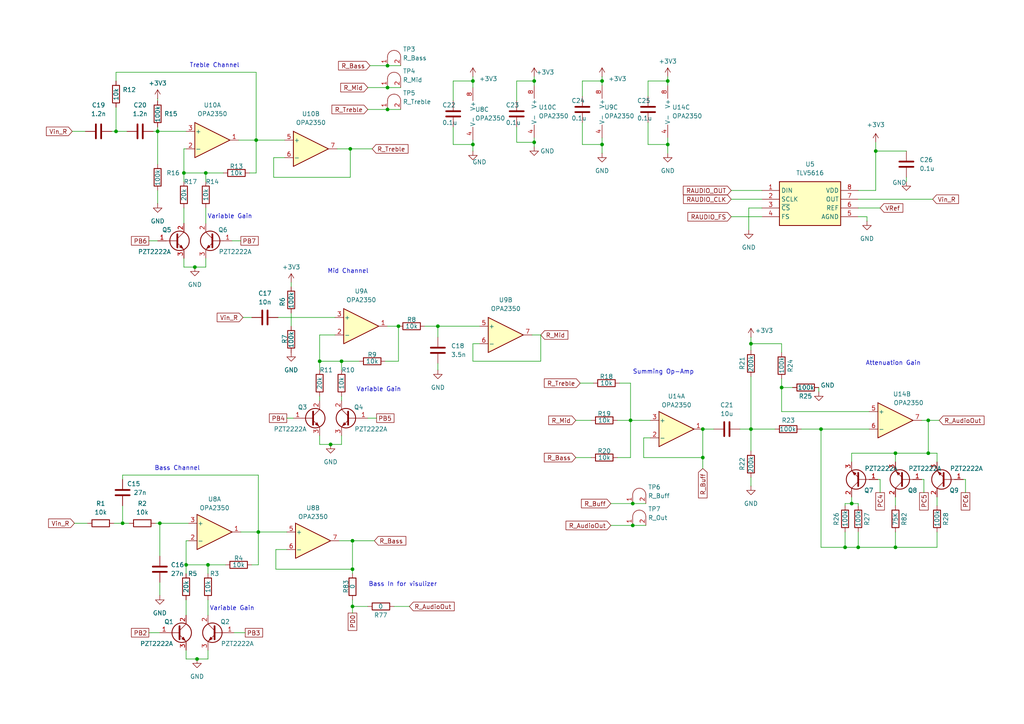
<source format=kicad_sch>
(kicad_sch (version 20250114) (generator "eeschema") (generator_version "9.0")
  (paper "A4")
  (lib_symbols
    (symbol "Device:R" (pin_numbers (hide yes)) (pin_names (offset 0))
      (property "Reference" "R" (at 2.032 0 90))
      (property "Value" "R" (at 0 0 90))
      (symbol "R_0_1"
        (rectangle (start -1.016 -2.54) (end 1.016 2.54) (stroke (width 0.254)))
      )
      (symbol "R_1_1"
        (pin passive line (at 0 3.81 270) (length 1.27) (name "~") (number "1"))
        (pin passive line (at 0 -3.81 90) (length 1.27) (name "~") (number "2"))
      )
    )
    (symbol "ECE445L:C" (pin_numbers (hide yes)) (pin_names (offset 0.254))
      (property "Reference" "C" (at 0.635 2.54 0))
      (property "Value" "C" (at 0.635 -2.54 0))
      (symbol "C_0_1"
        (polyline (pts (xy -2.032 0.762) (xy 2.032 0.762)) (stroke (width 0.508)))
        (polyline (pts (xy -2.032 -0.762) (xy 2.032 -0.762)) (stroke (width 0.508)))
      )
      (symbol "C_1_1"
        (pin passive line (at 0 3.81 270) (length 2.794) (name "~") (number "1"))
        (pin passive line (at 0 -3.81 90) (length 2.794) (name "~") (number "2"))
      )
    )
    (symbol "ECE445L:OPA2350" (pin_names (offset 0.127))
      (property "Reference" "U" (at 0 5.08 0))
      (property "Value" "OPA2350" (at -1.27 -5.08 0))
      (symbol "OPA2350_1_1"
        (polyline (pts (xy -5.08 5.08) (xy 5.08 0) (xy -5.08 -5.08) (xy -5.08 5.08)) (stroke (width 0.254)) (fill (type background)))
        (pin input line (at -7.62 2.54 0) (length 2.54) (name "+") (number "3"))
        (pin input line (at -7.62 -2.54 0) (length 2.54) (name "-") (number "2"))
        (pin output line (at 7.62 0 180) (length 2.54) (name "~") (number "1"))
      )
      (symbol "OPA2350_2_1"
        (polyline (pts (xy -5.08 5.08) (xy 5.08 0) (xy -5.08 -5.08) (xy -5.08 5.08)) (stroke (width 0.254)) (fill (type background)))
        (pin input line (at -7.62 2.54 0) (length 2.54) (name "+") (number "5"))
        (pin input line (at -7.62 -2.54 0) (length 2.54) (name "-") (number "6"))
        (pin output line (at 7.62 0 180) (length 2.54) (name "~") (number "7"))
      )
      (symbol "OPA2350_3_1"
        (pin power_in line (at -2.54 7.62 270) (length 3.81) (name "V+") (number "8"))
        (pin power_in line (at -2.54 -7.62 90) (length 3.81) (name "V-") (number "4"))
      )
    )
    (symbol "ECE445L:TLV5616"
      (property "Reference" "IC" (at -8.89 11.43 0))
      (property "Value" "TLV5616" (at -8.89 8.89 0))
      (symbol "TLV5616_1_1"
        (rectangle (start -8.89 6.35) (end 8.89 -6.35) (stroke (width 0.254)) (fill (type background)))
        (pin input line (at -13.97 3.81 0) (length 5.08) (name "DIN") (number "1"))
        (pin input line (at -13.97 1.27 0) (length 5.08) (name "SCLK") (number "2"))
        (pin input line (at -13.97 -1.27 0) (length 5.08) (name "~{CS}") (number "3"))
        (pin input line (at -13.97 -3.81 0) (length 5.08) (name "FS") (number "4"))
        (pin power_in line (at 13.97 3.81 180) (length 5.08) (name "VDD") (number "8"))
        (pin output line (at 13.97 1.27 180) (length 5.08) (name "OUT") (number "7"))
        (pin input line (at 13.97 -1.27 180) (length 5.08) (name "REF") (number "6"))
        (pin power_in line (at 13.97 -3.81 180) (length 5.08) (name "AGND") (number "5"))
      )
    )
    (symbol "ECE445L:Testpoint" (pin_names (offset 0) (hide yes))
      (property "Reference" "TP" (at 0 2.794 0))
      (property "Value" "TP" (at 0 -2.286 0))
      (symbol "Testpoint_0_1"
        (arc (start 0.0001 4.4451) (mid 1.3471 3.8871) (end 1.9051 2.5401))
        (arc (start -1.905 2.54) (mid -1.347 3.887) (end 0 4.445))
      )
      (symbol "Testpoint_1_1"
        (pin passive line (at -1.905 0 90) (length 2.54) (name "A") (number "1"))
        (pin passive line (at 1.905 0 90) (length 2.54) (name "B") (number "2"))
      )
    )
    (symbol "Transistor_BJT:PZT2222A" (pin_names (offset 0) (hide yes))
      (property "Reference" "Q" (at 5.08 1.905 0))
      (property "Value" "PZT2222A" (at 5.08 0 0))
      (symbol "PZT2222A_0_1"
        (polyline (pts (xy -2.54 0) (xy 0.635 0)))
        (polyline (pts (xy 0.635 1.905) (xy 0.635 -1.905)) (stroke (width 0.508)))
        (circle (center 1.27 0) (radius 2.8194) (stroke (width 0.254)))
      )
      (symbol "PZT2222A_1_1"
        (polyline (pts (xy 0.635 0.635) (xy 2.54 2.54)))
        (polyline (pts (xy 0.635 -0.635) (xy 2.54 -2.54)))
        (polyline (pts (xy 1.27 -1.778) (xy 1.778 -1.27) (xy 2.286 -2.286) (xy 1.27 -1.778)) (fill (type outline)))
        (pin input line (at -5.08 0 0) (length 2.54) (name "B") (number "1"))
        (pin passive line (at 2.54 5.08 270) (length 2.54) (name "C") (number "2"))
        (pin passive line (at 2.54 -5.08 90) (length 2.54) (name "E") (number "3"))
      )
    )
    (symbol "power:+3V3" (power) (pin_numbers (hide yes)) (pin_names (offset 0) (hide yes))
      (property "Value" "+3V3" (at 0 3.556 0))
      (symbol "+3V3_0_1"
        (polyline (pts (xy -0.762 1.27) (xy 0 2.54)))
        (polyline (pts (xy 0 2.54) (xy 0.762 1.27)))
        (polyline (pts (xy 0 0) (xy 0 2.54)))
      )
      (symbol "+3V3_1_1"
        (pin power_in line (at 0 0 90) (length 0) (name "~") (number "1"))
      )
    )
    (symbol "power:GND" (power) (pin_numbers (hide yes)) (pin_names (offset 0) (hide yes))
      (property "Value" "GND" (at 0 -3.81 0))
      (symbol "GND_0_1"
        (polyline (pts (xy 0 0) (xy 0 -1.27) (xy 1.27 -1.27) (xy 0 -2.54) (xy -1.27 -1.27) (xy 0 -1.27)))
      )
      (symbol "GND_1_1"
        (pin power_in line (at 0 0 270) (length 0) (name "~") (number "1"))
      )
    )
  )
  (text "Variable Gain" (at 66.675 62.865 0) (effects (font (size 1.27 1.27))))
  (text "Mid Channel" (at 100.965 78.74 0) (effects (font (size 1.27 1.27))))
  (text "Treble Channel" (at 62.23 19.05 0) (effects (font (size 1.27 1.27))))
  (text "Summing Op-Amp" (at 192.405 107.95 0) (effects (font (size 1.27 1.27))))
  (text "Bass Channel" (at 51.435 135.89 0) (effects (font (size 1.27 1.27))))
  (text "Variable Gain" (at 67.31 176.53 0) (effects (font (size 1.27 1.27))))
  (text "Variable Gain" (at 109.855 113.03 0) (effects (font (size 1.27 1.27))))
  (text "Attenuation Gain" (at 259.08 105.41 0) (effects (font (size 1.27 1.27))))
  (text "Bass In for visulizer" (at 116.84 169.545 0) (effects (font (size 1.27 1.27))))
  (junction (at 74.295 40.64))
  (junction (at 53.975 163.83))
  (junction (at 99.06 104.775))
  (junction (at 137.16 41.91))
  (junction (at 259.715 131.445))
  (junction (at 56.515 77.47))
  (junction (at 45.72 38.1))
  (junction (at 217.805 124.46))
  (junction (at 245.11 158.75))
  (junction (at 203.835 124.46))
  (junction (at 115.57 94.615))
  (junction (at 74.93 154.305))
  (junction (at 57.15 191.135))
  (junction (at 102.235 175.895))
  (junction (at 127 94.615))
  (junction (at 59.69 50.165))
  (junction (at 112.395 31.75))
  (junction (at 183.515 152.4))
  (junction (at 92.71 104.775))
  (junction (at 203.835 132.715))
  (junction (at 154.94 23.495))
  (junction (at 238.125 124.46))
  (junction (at 174.625 41.91))
  (junction (at 46.355 151.765))
  (junction (at 254 43.815))
  (junction (at 269.24 131.445))
  (junction (at 183.515 146.05))
  (junction (at 193.675 41.91))
  (junction (at 259.715 158.75))
  (junction (at 154.94 41.275))
  (junction (at 269.24 121.92))
  (junction (at 112.395 25.4))
  (junction (at 101.6 43.18))
  (junction (at 248.92 158.75))
  (junction (at 226.695 112.395))
  (junction (at 60.325 163.83))
  (junction (at 102.235 165.1))
  (junction (at 174.625 23.495))
  (junction (at 112.395 19.05))
  (junction (at 33.655 38.1))
  (junction (at 102.235 156.845))
  (junction (at 35.56 151.765))
  (junction (at 95.885 128.905))
  (junction (at 193.675 23.495))
  (junction (at 217.805 99.695))
  (junction (at 53.34 50.165))
  (junction (at 182.88 121.92))
  (junction (at 247.015 146.05))
  (junction (at 137.16 23.495))
  (wire (pts (xy 154.94 23.495) (xy 154.94 24.765)))
  (wire (pts (xy 74.295 20.955) (xy 74.295 40.64)))
  (wire (pts (xy 53.975 163.83) (xy 53.975 166.37)))
  (wire (pts (xy 271.78 144.145) (xy 271.78 146.685)))
  (wire (pts (xy 123.19 94.615) (xy 127 94.615)))
  (wire (pts (xy 101.6 43.18) (xy 101.6 51.435)))
  (wire (pts (xy 102.235 175.895) (xy 106.68 175.895)))
  (wire (pts (xy 57.15 191.135) (xy 53.975 191.135)))
  (wire (pts (xy 280.035 142.875) (xy 280.035 139.065)))
  (wire (pts (xy 262.89 51.435) (xy 262.89 52.705)))
  (wire (pts (xy 154.94 41.275) (xy 149.86 41.275)))
  (wire (pts (xy 53.975 156.845) (xy 53.975 163.83)))
  (wire (pts (xy 95.885 128.905) (xy 92.71 128.905)))
  (wire (pts (xy 43.18 183.515) (xy 46.355 183.515)))
  (wire (pts (xy 53.34 50.165) (xy 59.69 50.165)))
  (wire (pts (xy 45.72 55.245) (xy 45.72 59.055)))
  (wire (pts (xy 247.015 146.05) (xy 248.92 146.05)))
  (wire (pts (xy 33.655 38.1) (xy 36.83 38.1)))
  (wire (pts (xy 254 43.815) (xy 262.89 43.815)))
  (wire (pts (xy 245.11 146.05) (xy 245.11 146.685)))
  (wire (pts (xy 53.34 74.93) (xy 53.34 77.47)))
  (wire (pts (xy 174.625 22.225) (xy 174.625 23.495)))
  (wire (pts (xy 237.49 112.395) (xy 237.49 113.665)))
  (wire (pts (xy 131.445 23.495) (xy 131.445 29.21)))
  (wire (pts (xy 247.015 133.985) (xy 247.015 131.445)))
  (wire (pts (xy 182.88 132.715) (xy 182.88 121.92)))
  (wire (pts (xy 254 55.245) (xy 248.92 55.245)))
  (wire (pts (xy 35.56 151.765) (xy 37.465 151.765)))
  (wire (pts (xy 137.16 22.225) (xy 137.16 23.495)))
  (wire (pts (xy 182.88 121.92) (xy 188.595 121.92)))
  (wire (pts (xy 56.515 77.47) (xy 53.34 77.47)))
  (wire (pts (xy 74.93 163.83) (xy 74.93 154.305)))
  (wire (pts (xy 44.45 38.1) (xy 45.72 38.1)))
  (wire (pts (xy 154.94 22.225) (xy 154.94 23.495)))
  (wire (pts (xy 168.91 41.91) (xy 174.625 41.91)))
  (wire (pts (xy 212.09 55.245) (xy 220.98 55.245)))
  (wire (pts (xy 177.165 146.05) (xy 183.515 146.05)))
  (wire (pts (xy 45.72 29.21) (xy 45.72 28.575)))
  (wire (pts (xy 35.56 139.065) (xy 35.56 137.795)))
  (wire (pts (xy 187.96 23.495) (xy 187.96 27.94)))
  (wire (pts (xy 254 41.275) (xy 254 43.815)))
  (wire (pts (xy 45.085 151.765) (xy 46.355 151.765)))
  (wire (pts (xy 193.675 23.495) (xy 187.96 23.495)))
  (wire (pts (xy 259.715 144.145) (xy 259.715 146.685)))
  (wire (pts (xy 186.69 127) (xy 186.69 132.715)))
  (wire (pts (xy 179.07 121.92) (xy 182.88 121.92)))
  (wire (pts (xy 280.035 139.065) (xy 279.4 139.065)))
  (wire (pts (xy 53.975 173.99) (xy 53.975 178.435)))
  (wire (pts (xy 99.06 128.905) (xy 95.885 128.905)))
  (wire (pts (xy 92.71 104.775) (xy 92.71 107.315)))
  (wire (pts (xy 84.455 90.805) (xy 84.455 94.615)))
  (wire (pts (xy 115.57 94.615) (xy 112.395 94.615)))
  (wire (pts (xy 149.86 36.83) (xy 149.86 41.275)))
  (wire (pts (xy 80.01 165.1) (xy 80.01 159.385)))
  (wire (pts (xy 67.31 69.85) (xy 69.85 69.85)))
  (wire (pts (xy 269.24 121.92) (xy 272.415 121.92)))
  (wire (pts (xy 92.71 104.775) (xy 99.06 104.775)))
  (wire (pts (xy 217.805 124.46) (xy 217.805 130.81)))
  (wire (pts (xy 217.17 60.325) (xy 217.17 66.675)))
  (wire (pts (xy 92.71 114.935) (xy 92.71 116.205)))
  (wire (pts (xy 226.695 112.395) (xy 229.87 112.395)))
  (wire (pts (xy 92.71 97.155) (xy 97.155 97.155)))
  (wire (pts (xy 53.34 43.18) (xy 53.975 43.18)))
  (wire (pts (xy 217.805 99.695) (xy 217.805 101.6)))
  (wire (pts (xy 193.675 22.225) (xy 193.675 23.495)))
  (wire (pts (xy 267.335 121.92) (xy 269.24 121.92)))
  (wire (pts (xy 174.625 23.495) (xy 174.625 24.765)))
  (wire (pts (xy 154.94 41.275) (xy 154.94 42.545)))
  (wire (pts (xy 107.315 19.05) (xy 112.395 19.05)))
  (wire (pts (xy 251.46 62.865) (xy 251.46 64.135)))
  (wire (pts (xy 271.78 131.445) (xy 271.78 133.985)))
  (wire (pts (xy 97.79 43.18) (xy 101.6 43.18)))
  (wire (pts (xy 174.625 41.91) (xy 174.625 44.45)))
  (wire (pts (xy 60.325 173.99) (xy 60.325 178.435)))
  (wire (pts (xy 174.625 40.005) (xy 174.625 41.91)))
  (wire (pts (xy 80.01 159.385) (xy 83.185 159.385)))
  (wire (pts (xy 53.34 50.165) (xy 53.34 52.705)))
  (wire (pts (xy 203.835 124.46) (xy 207.01 124.46)))
  (wire (pts (xy 259.715 158.75) (xy 248.92 158.75)))
  (wire (pts (xy 43.18 69.85) (xy 45.72 69.85)))
  (wire (pts (xy 59.69 50.165) (xy 59.69 52.705)))
  (wire (pts (xy 74.93 137.795) (xy 74.93 154.305)))
  (wire (pts (xy 102.235 173.99) (xy 102.235 175.895)))
  (wire (pts (xy 188.595 127) (xy 186.69 127)))
  (wire (pts (xy 45.72 36.83) (xy 45.72 38.1)))
  (wire (pts (xy 53.975 163.83) (xy 60.325 163.83)))
  (wire (pts (xy 33.655 20.955) (xy 33.655 23.495)))
  (wire (pts (xy 99.06 104.775) (xy 99.06 107.315)))
  (wire (pts (xy 174.625 23.495) (xy 168.91 23.495)))
  (wire (pts (xy 217.805 109.22) (xy 217.805 124.46)))
  (wire (pts (xy 226.695 99.695) (xy 226.695 102.235)))
  (wire (pts (xy 271.78 158.75) (xy 259.715 158.75)))
  (wire (pts (xy 106.68 31.75) (xy 112.395 31.75)))
  (wire (pts (xy 53.975 188.595) (xy 53.975 191.135)))
  (wire (pts (xy 255.27 139.065) (xy 254.635 139.065)))
  (wire (pts (xy 137.16 99.695) (xy 139.065 99.695)))
  (wire (pts (xy 70.485 92.075) (xy 73.025 92.075)))
  (wire (pts (xy 102.235 165.1) (xy 102.235 166.37)))
  (wire (pts (xy 60.325 191.135) (xy 57.15 191.135)))
  (wire (pts (xy 20.955 38.1) (xy 24.765 38.1)))
  (wire (pts (xy 137.16 104.775) (xy 137.16 99.695)))
  (wire (pts (xy 73.025 163.83) (xy 74.93 163.83)))
  (wire (pts (xy 112.395 25.4) (xy 116.205 25.4)))
  (wire (pts (xy 60.325 163.83) (xy 60.325 166.37)))
  (wire (pts (xy 67.945 183.515) (xy 71.12 183.515)))
  (wire (pts (xy 259.715 154.305) (xy 259.715 158.75)))
  (wire (pts (xy 84.455 81.915) (xy 84.455 83.185)))
  (wire (pts (xy 74.93 154.305) (xy 83.185 154.305)))
  (wire (pts (xy 111.76 104.775) (xy 115.57 104.775)))
  (wire (pts (xy 238.125 124.46) (xy 238.125 158.75)))
  (wire (pts (xy 127 94.615) (xy 127 97.79)))
  (wire (pts (xy 46.355 151.765) (xy 46.355 161.29)))
  (wire (pts (xy 248.92 62.865) (xy 251.46 62.865)))
  (wire (pts (xy 271.78 154.305) (xy 271.78 158.75)))
  (wire (pts (xy 149.86 23.495) (xy 154.94 23.495)))
  (wire (pts (xy 245.11 146.05) (xy 247.015 146.05)))
  (wire (pts (xy 79.375 51.435) (xy 79.375 45.72)))
  (wire (pts (xy 267.97 139.065) (xy 267.335 139.065)))
  (wire (pts (xy 193.675 23.495) (xy 193.675 24.765)))
  (wire (pts (xy 137.16 41.91) (xy 137.16 43.815)))
  (wire (pts (xy 187.96 35.56) (xy 187.96 41.91)))
  (wire (pts (xy 193.675 40.005) (xy 193.675 41.91)))
  (wire (pts (xy 269.24 131.445) (xy 271.78 131.445)))
  (wire (pts (xy 98.425 156.845) (xy 102.235 156.845)))
  (wire (pts (xy 247.015 131.445) (xy 259.715 131.445)))
  (wire (pts (xy 127 105.41) (xy 127 107.315)))
  (wire (pts (xy 203.835 132.715) (xy 203.835 124.46)))
  (wire (pts (xy 99.06 104.775) (xy 104.14 104.775)))
  (wire (pts (xy 232.41 124.46) (xy 238.125 124.46)))
  (wire (pts (xy 92.71 104.775) (xy 92.71 97.155)))
  (wire (pts (xy 59.69 50.165) (xy 64.77 50.165)))
  (wire (pts (xy 245.11 158.75) (xy 238.125 158.75)))
  (wire (pts (xy 60.325 188.595) (xy 60.325 191.135)))
  (wire (pts (xy 154.94 40.005) (xy 154.94 41.275)))
  (wire (pts (xy 226.695 119.38) (xy 226.695 112.395)))
  (wire (pts (xy 167.005 132.715) (xy 171.45 132.715)))
  (wire (pts (xy 168.91 23.495) (xy 168.91 27.94)))
  (wire (pts (xy 248.92 60.325) (xy 255.27 60.325)))
  (wire (pts (xy 220.98 60.325) (xy 217.17 60.325)))
  (wire (pts (xy 45.72 38.1) (xy 45.72 47.625)))
  (wire (pts (xy 99.06 114.935) (xy 99.06 116.205)))
  (wire (pts (xy 21.59 151.765) (xy 25.4 151.765)))
  (wire (pts (xy 80.645 92.075) (xy 97.155 92.075)))
  (wire (pts (xy 217.805 99.695) (xy 226.695 99.695)))
  (wire (pts (xy 226.695 109.855) (xy 226.695 112.395)))
  (wire (pts (xy 267.97 142.875) (xy 267.97 139.065)))
  (wire (pts (xy 212.09 57.785) (xy 220.98 57.785)))
  (wire (pts (xy 33.655 31.115) (xy 33.655 38.1)))
  (wire (pts (xy 106.68 121.285) (xy 109.22 121.285)))
  (wire (pts (xy 46.355 151.765) (xy 54.61 151.765)))
  (wire (pts (xy 112.395 19.05) (xy 116.205 19.05)))
  (wire (pts (xy 193.675 41.91) (xy 193.675 44.45)))
  (wire (pts (xy 183.515 152.4) (xy 187.325 152.4)))
  (wire (pts (xy 269.24 121.92) (xy 269.24 131.445)))
  (wire (pts (xy 79.375 45.72) (xy 82.55 45.72)))
  (wire (pts (xy 248.92 57.785) (xy 270.51 57.785)))
  (wire (pts (xy 156.845 104.775) (xy 137.16 104.775)))
  (wire (pts (xy 59.69 77.47) (xy 56.515 77.47)))
  (wire (pts (xy 99.06 126.365) (xy 99.06 128.905)))
  (wire (pts (xy 131.445 41.91) (xy 137.16 41.91)))
  (wire (pts (xy 101.6 43.18) (xy 107.95 43.18)))
  (wire (pts (xy 186.69 132.715) (xy 203.835 132.715)))
  (wire (pts (xy 33.02 151.765) (xy 35.56 151.765)))
  (wire (pts (xy 248.92 154.305) (xy 248.92 158.75)))
  (wire (pts (xy 247.015 144.145) (xy 247.015 146.05)))
  (wire (pts (xy 45.72 38.1) (xy 53.975 38.1)))
  (wire (pts (xy 245.11 154.305) (xy 245.11 158.75)))
  (wire (pts (xy 248.92 158.75) (xy 245.11 158.75)))
  (wire (pts (xy 74.295 40.64) (xy 69.215 40.64)))
  (wire (pts (xy 252.095 119.38) (xy 226.695 119.38)))
  (wire (pts (xy 214.63 124.46) (xy 217.805 124.46)))
  (wire (pts (xy 35.56 146.685) (xy 35.56 151.765)))
  (wire (pts (xy 92.71 126.365) (xy 92.71 128.905)))
  (wire (pts (xy 212.09 62.865) (xy 220.98 62.865)))
  (wire (pts (xy 112.395 31.75) (xy 116.205 31.75)))
  (wire (pts (xy 154.305 97.155) (xy 156.845 97.155)))
  (wire (pts (xy 32.385 38.1) (xy 33.655 38.1)))
  (wire (pts (xy 137.16 23.495) (xy 131.445 23.495)))
  (wire (pts (xy 254 43.815) (xy 254 55.245)))
  (wire (pts (xy 131.445 36.83) (xy 131.445 41.91)))
  (wire (pts (xy 167.005 121.92) (xy 171.45 121.92)))
  (wire (pts (xy 177.165 152.4) (xy 183.515 152.4)))
  (wire (pts (xy 60.325 163.83) (xy 65.405 163.83)))
  (wire (pts (xy 33.655 20.955) (xy 74.295 20.955)))
  (wire (pts (xy 179.705 111.125) (xy 182.88 111.125)))
  (wire (pts (xy 83.185 121.285) (xy 85.09 121.285)))
  (wire (pts (xy 217.805 97.79) (xy 217.805 99.695)))
  (wire (pts (xy 217.805 138.43) (xy 217.805 140.97)))
  (wire (pts (xy 74.295 50.165) (xy 74.295 40.64)))
  (wire (pts (xy 35.56 137.795) (xy 74.93 137.795)))
  (wire (pts (xy 149.86 29.21) (xy 149.86 23.495)))
  (wire (pts (xy 248.92 146.05) (xy 248.92 146.685)))
  (wire (pts (xy 255.27 142.875) (xy 255.27 139.065)))
  (wire (pts (xy 238.125 124.46) (xy 252.095 124.46)))
  (wire (pts (xy 101.6 51.435) (xy 79.375 51.435)))
  (wire (pts (xy 46.355 168.91) (xy 46.355 172.72)))
  (wire (pts (xy 115.57 104.775) (xy 115.57 94.615)))
  (wire (pts (xy 127 94.615) (xy 139.065 94.615)))
  (wire (pts (xy 53.975 156.845) (xy 54.61 156.845)))
  (wire (pts (xy 203.835 132.715) (xy 203.835 135.89)))
  (wire (pts (xy 137.16 25.4) (xy 137.16 23.495)))
  (wire (pts (xy 102.235 175.895) (xy 102.235 177.8)))
  (wire (pts (xy 187.96 41.91) (xy 193.675 41.91)))
  (wire (pts (xy 102.235 165.1) (xy 80.01 165.1)))
  (wire (pts (xy 217.805 124.46) (xy 224.79 124.46)))
  (wire (pts (xy 53.34 43.18) (xy 53.34 50.165)))
  (wire (pts (xy 168.91 35.56) (xy 168.91 41.91)))
  (wire (pts (xy 74.93 154.305) (xy 69.85 154.305)))
  (wire (pts (xy 102.235 156.845) (xy 102.235 165.1)))
  (wire (pts (xy 137.16 41.91) (xy 137.16 40.64)))
  (wire (pts (xy 168.275 111.125) (xy 172.085 111.125)))
  (wire (pts (xy 183.515 146.05) (xy 187.325 146.05)))
  (wire (pts (xy 179.07 132.715) (xy 182.88 132.715)))
  (wire (pts (xy 259.715 131.445) (xy 269.24 131.445)))
  (wire (pts (xy 259.715 131.445) (xy 259.715 133.985)))
  (wire (pts (xy 102.235 156.845) (xy 108.585 156.845)))
  (wire (pts (xy 182.88 111.125) (xy 182.88 121.92)))
  (wire (pts (xy 72.39 50.165) (xy 74.295 50.165)))
  (wire (pts (xy 106.68 25.4) (xy 112.395 25.4)))
  (wire (pts (xy 156.845 97.155) (xy 156.845 104.775)))
  (wire (pts (xy 114.3 175.895) (xy 118.745 175.895)))
  (wire (pts (xy 59.69 60.325) (xy 59.69 64.77)))
  (wire (pts (xy 53.34 60.325) (xy 53.34 64.77)))
  (wire (pts (xy 74.295 40.64) (xy 82.55 40.64)))
  (wire (pts (xy 59.69 74.93) (xy 59.69 77.47)))
  (global_label "PB6" (shape passive) (at 43.18 69.85 180) (property "Intersheetrefs" "${INTERSHEET_REFS}" (effects (hide yes))))
  (global_label "Vin_R" (shape input) (at 270.51 57.785 0) (property "Intersheetrefs" "${INTERSHEET_REFS}" (effects (hide yes))))
  (global_label "R_Treble" (shape input) (at 168.275 111.125 180) (property "Intersheetrefs" "${INTERSHEET_REFS}" (effects (hide yes))))
  (global_label "R_Treble" (shape input) (at 106.68 31.75 180) (property "Intersheetrefs" "${INTERSHEET_REFS}" (effects (hide yes))))
  (global_label "PB5" (shape passive) (at 109.22 121.285 0) (property "Intersheetrefs" "${INTERSHEET_REFS}" (effects (hide yes))))
  (global_label "Vin_R" (shape input) (at 70.485 92.075 180) (property "Intersheetrefs" "${INTERSHEET_REFS}" (effects (hide yes))))
  (global_label "R_Bass" (shape input) (at 107.315 19.05 180) (property "Intersheetrefs" "${INTERSHEET_REFS}" (effects (hide yes))))
  (global_label "PB3" (shape passive) (at 71.12 183.515 0) (property "Intersheetrefs" "${INTERSHEET_REFS}" (effects (hide yes))))
  (global_label "VRef" (shape input) (at 255.27 60.325 0) (property "Intersheetrefs" "${INTERSHEET_REFS}" (effects (hide yes))))
  (global_label "RAUDIO_CLK" (shape input) (at 212.09 57.785 180) (property "Intersheetrefs" "${INTERSHEET_REFS}" (effects (hide yes))))
  (global_label "PB7" (shape passive) (at 69.85 69.85 0) (property "Intersheetrefs" "${INTERSHEET_REFS}" (effects (hide yes))))
  (global_label "R_Mid" (shape input) (at 167.005 121.92 180) (property "Intersheetrefs" "${INTERSHEET_REFS}" (effects (hide yes))))
  (global_label "R_Mid" (shape input) (at 156.845 97.155 0) (property "Intersheetrefs" "${INTERSHEET_REFS}" (effects (hide yes))))
  (global_label "R_Bass" (shape input) (at 108.585 156.845 0) (property "Intersheetrefs" "${INTERSHEET_REFS}" (effects (hide yes))))
  (global_label "PB2" (shape passive) (at 43.18 183.515 180) (property "Intersheetrefs" "${INTERSHEET_REFS}" (effects (hide yes))))
  (global_label "PC6" (shape passive) (at 280.035 142.875 270) (property "Intersheetrefs" "${INTERSHEET_REFS}" (effects (hide yes))))
  (global_label "R_Buff" (shape input) (at 203.835 135.89 270) (property "Intersheetrefs" "${INTERSHEET_REFS}" (effects (hide yes))))
  (global_label "R_Bass" (shape input) (at 167.005 132.715 180) (property "Intersheetrefs" "${INTERSHEET_REFS}" (effects (hide yes))))
  (global_label "Vin_R" (shape input) (at 20.955 38.1 180) (property "Intersheetrefs" "${INTERSHEET_REFS}" (effects (hide yes))))
  (global_label "PC5" (shape passive) (at 267.97 142.875 270) (property "Intersheetrefs" "${INTERSHEET_REFS}" (effects (hide yes))))
  (global_label "PB4" (shape passive) (at 83.185 121.285 180) (property "Intersheetrefs" "${INTERSHEET_REFS}" (effects (hide yes))))
  (global_label "R_AudioOut" (shape input) (at 177.165 152.4 180) (property "Intersheetrefs" "${INTERSHEET_REFS}" (effects (hide yes))))
  (global_label "R_Mid" (shape input) (at 106.68 25.4 180) (property "Intersheetrefs" "${INTERSHEET_REFS}" (effects (hide yes))))
  (global_label "RAUDIO_FS" (shape input) (at 212.09 62.865 180) (property "Intersheetrefs" "${INTERSHEET_REFS}" (effects (hide yes))))
  (global_label "R_Buff" (shape input) (at 177.165 146.05 180) (property "Intersheetrefs" "${INTERSHEET_REFS}" (effects (hide yes))))
  (global_label "R_Treble" (shape input) (at 107.95 43.18 0) (property "Intersheetrefs" "${INTERSHEET_REFS}" (effects (hide yes))))
  (global_label "RAUDIO_OUT" (shape input) (at 212.09 55.245 180) (property "Intersheetrefs" "${INTERSHEET_REFS}" (effects (hide yes))))
  (global_label "PD0" (shape passive) (at 102.235 177.8 270) (property "Intersheetrefs" "${INTERSHEET_REFS}" (effects (hide yes))))
  (global_label "R_AudioOut" (shape input) (at 118.745 175.895 0) (property "Intersheetrefs" "${INTERSHEET_REFS}" (effects (hide yes))))
  (global_label "Vin_R" (shape input) (at 21.59 151.765 180) (property "Intersheetrefs" "${INTERSHEET_REFS}" (effects (hide yes))))
  (global_label "PC4" (shape passive) (at 255.27 142.875 270) (property "Intersheetrefs" "${INTERSHEET_REFS}" (effects (hide yes))))
  (global_label "R_AudioOut" (shape input) (at 272.415 121.92 0) (property "Intersheetrefs" "${INTERSHEET_REFS}" (effects (hide yes))))
  (symbol (lib_id "power:+3V3") (at 174.625 22.225 0) (unit 1)
    (property "Reference" "#PWR023" (effects (hide yes)))
    (property "Value" "+3V3" (at 179.07 22.86 0))
    (property "Description" "Power symbol creates a global label with name \"+3V3\"" (effects (hide yes)))
  )
  (symbol (lib_id "power:GND") (at 174.625 44.45 0) (unit 1)
    (property "Reference" "#PWR024" (effects (hide yes)))
    (property "Value" "GND" (at 174.625 49.53 0))
    (property "Description" "Power symbol creates a global label with name \"GND\" , ground" (effects (hide yes)))
  )
  (symbol (lib_id "ECE445L:C") (at 168.91 31.75 180) (unit 1)
    (property "Reference" "C24" (at 165.735 29.21 0) (effects (justify right)))
    (property "Value" "0.1u" (at 165.735 34.29 0) (effects (justify right)))
    (property "Footprint" "Capacitor_SMD:C_0603_1608Metric" (effects (hide yes)))
    (property "Description" "Unpolarized capacitor" (effects (hide yes)))
  )
  (symbol (lib_id "ECE445L:C") (at 149.86 33.02 180) (unit 1)
    (property "Reference" "C23" (at 146.685 30.48 0) (effects (justify right)))
    (property "Value" "0.1u" (at 146.685 35.56 0) (effects (justify right)))
    (property "Footprint" "Capacitor_SMD:C_0603_1608Metric" (effects (hide yes)))
    (property "Description" "Unpolarized capacitor" (effects (hide yes)))
  )
  (symbol (lib_id "Device:R") (at 99.06 111.125 180) (unit 1)
    (property "Reference" "R10" (at 100.965 107.315 0))
    (property "Value" "10k" (at 99.06 111.125 90))
    (property "Footprint" "Resistor_SMD:R_0603_1608Metric" (effects (hide yes)))
    (property "Description" "Resistor" (effects (hide yes)))
  )
  (symbol (lib_id "ECE445L:OPA2350") (at 90.805 156.845 0) (unit 2)
    (property "Reference" "U8" (at 90.805 147.32 0))
    (property "Value" "OPA2350" (at 90.805 149.86 0))
    (property "Footprint" "ECE445L:DIP-8_W7.62mm_LongPads" (effects (hide yes)))
    (property "Datasheet" "http://www.ti.com/lit/ds/symlink/opa2350.pdf" (effects (hide yes)))
    (property "Description" "Precision, 38-MHz, Low-Noise, Low-Power, RRIO, CMOS Operational Amplifier, DIP-8" (effects (hide yes)))
  )
  (symbol (lib_id "power:GND") (at 56.515 77.47 0) (unit 1)
    (property "Reference" "#PWR014" (effects (hide yes)))
    (property "Value" "GND" (at 56.515 82.55 0))
    (property "Description" "Power symbol creates a global label with name \"GND\" , ground" (effects (hide yes)))
  )
  (symbol (lib_id "ECE445L:Testpoint") (at 185.42 152.4 0) (unit 1)
    (property "Reference" "TP7" (at 187.96 147.6373 0) (effects (justify left)))
    (property "Value" "R_Out" (at 187.96 150.1773 0) (effects (justify left)))
    (property "Footprint" "ECE445L:Testpoint_1x02_P2.54mm" (effects (hide yes)))
    (property "Description" "Testpoint" (effects (hide yes)))
  )
  (symbol (lib_id "power:GND") (at 217.17 66.675 0) (unit 1)
    (property "Reference" "#PWR010" (effects (hide yes)))
    (property "Value" "GND" (at 217.17 71.755 0))
    (property "Description" "Power symbol creates a global label with name \"GND\" , ground" (effects (hide yes)))
  )
  (symbol (lib_id "power:GND") (at 237.49 113.665 0) (unit 1)
    (property "Reference" "#PWR093" (effects (hide yes)))
    (property "Value" "GND" (at 240.03 111.76 0))
    (property "Description" "Power symbol creates a global label with name \"GND\" , ground" (effects (hide yes)))
  )
  (symbol (lib_id "ECE445L:Testpoint") (at 185.42 146.05 0) (unit 1)
    (property "Reference" "TP6" (at 187.96 141.2873 0) (effects (justify left)))
    (property "Value" "R_Buff" (at 187.96 143.8273 0) (effects (justify left)))
    (property "Footprint" "ECE445L:Testpoint_1x02_P2.54mm" (effects (hide yes)))
    (property "Description" "Testpoint" (effects (hide yes)))
  )
  (symbol (lib_id "ECE445L:C") (at 131.445 33.02 180) (unit 1)
    (property "Reference" "C22" (at 128.27 30.48 0) (effects (justify right)))
    (property "Value" "0.1u" (at 128.27 35.56 0) (effects (justify right)))
    (property "Footprint" "Capacitor_SMD:C_0603_1608Metric" (effects (hide yes)))
    (property "Description" "Unpolarized capacitor" (effects (hide yes)))
  )
  (symbol (lib_id "Device:R") (at 33.655 27.305 0) (unit 1)
    (property "Reference" "R12" (at 35.56 26.0349 0) (effects (justify left)))
    (property "Value" "10k" (at 33.655 29.21 90) (effects (justify left)))
    (property "Footprint" "Resistor_SMD:R_0603_1608Metric" (effects (hide yes)))
    (property "Description" "Resistor" (effects (hide yes)))
  )
  (symbol (lib_id "ECE445L:TLV5616") (at 234.95 59.055 0) (unit 1)
    (property "Reference" "U5" (at 234.95 47.625 0))
    (property "Value" "TLV5616" (at 234.95 50.165 0))
    (property "Footprint" "ECE445L:DIP-8_W7.62mm_LongPads" (effects (hide yes)))
    (property "Datasheet" "https://www.ti.com/lit/ds/symlink/tlv5616.pdf" (effects (hide yes)))
    (property "Description" "12-Bit, 2.5 us DAC, Serial Input, Pgrmable Settling Time, Q temp available" (effects (hide yes)))
    (property "Distributor" "Mouser" (effects (hide yes)))
    (property "Manufacturer" "Texas Instruments" (effects (hide yes)))
    (property "P/N" "TLV5616" (effects (hide yes)))
    (property "Cost" "13.80" (effects (hide yes)))
  )
  (symbol (lib_id "Transistor_BJT:PZT2222A") (at 101.6 121.285 0) (mirror y) (unit 1)
    (property "Reference" "Q4" (at 105.41 118.11 0) (effects (justify left)))
    (property "Value" "PZT2222A" (at 112.395 124.46 0) (effects (justify left)))
    (property "Footprint" "Package_TO_SOT_SMD:SOT-223-3_TabPin2" (effects (hide yes)))
    (property "Datasheet" "https://www.onsemi.com/pub/Collateral/PN2222-D.PDF" (effects (hide yes)))
    (property "Description" "1A Ic, 40V Vce, NPN Transistor, General Purpose Transistor, SOT-223" (effects (hide yes)))
  )
  (symbol (lib_id "Device:R") (at 102.235 170.18 0) (unit 1)
    (property "Reference" "R83" (at 100.33 172.085 90) (effects (justify left)))
    (property "Value" "0" (at 102.235 170.815 90) (effects (justify left)))
    (property "Footprint" "Resistor_SMD:R_0603_1608Metric" (effects (hide yes)))
    (property "Description" "Resistor" (effects (hide yes)))
  )
  (symbol (lib_id "power:+3V3") (at 217.805 97.79 0) (mirror y) (unit 1)
    (property "Reference" "#PWR091" (effects (hide yes)))
    (property "Value" "+3V3" (at 221.615 95.885 0))
    (property "Description" "Power symbol creates a global label with name \"+3V3\"" (effects (hide yes)))
  )
  (symbol (lib_id "ECE445L:Testpoint") (at 114.3 31.75 0) (unit 1)
    (property "Reference" "TP5" (at 116.84 26.9873 0) (effects (justify left)))
    (property "Value" "R_Treble" (at 116.84 29.5273 0) (effects (justify left)))
    (property "Footprint" "ECE445L:Testpoint_1x02_P2.54mm" (effects (hide yes)))
    (property "Description" "Testpoint" (effects (hide yes)))
  )
  (symbol (lib_id "ECE445L:OPA2350") (at 146.685 97.155 0) (unit 2)
    (property "Reference" "U9" (at 146.685 86.995 0))
    (property "Value" "OPA2350" (at 146.685 89.535 0))
    (property "Footprint" "ECE445L:DIP-8_W7.62mm_LongPads" (effects (hide yes)))
    (property "Datasheet" "http://www.ti.com/lit/ds/symlink/opa2350.pdf" (effects (hide yes)))
    (property "Description" "Precision, 38-MHz, Low-Noise, Low-Power, RRIO, CMOS Operational Amplifier, DIP-8" (effects (hide yes)))
  )
  (symbol (lib_id "power:+3V3") (at 254 41.275 0) (unit 1)
    (property "Reference" "#PWR09" (effects (hide yes)))
    (property "Value" "+3V3" (at 254 36.195 0))
    (property "Description" "Power symbol creates a global label with name \"+3V3\"" (effects (hide yes)))
  )
  (symbol (lib_id "power:GND") (at 217.805 140.97 0) (unit 1)
    (property "Reference" "#PWR092" (effects (hide yes)))
    (property "Value" "GND" (at 217.805 146.05 0))
    (property "Description" "Power symbol creates a global label with name \"GND\" , ground" (effects (hide yes)))
  )
  (symbol (lib_id "Transistor_BJT:PZT2222A") (at 249.555 139.065 180) (unit 1)
    (property "Reference" "Q7" (at 253.365 142.24 0) (effects (justify left)))
    (property "Value" "PZT2222A" (at 260.35 135.89 0) (effects (justify left)))
    (property "Footprint" "Package_TO_SOT_SMD:SOT-223-3_TabPin2" (effects (hide yes)))
    (property "Datasheet" "https://www.onsemi.com/pub/Collateral/PN2222-D.PDF" (effects (hide yes)))
    (property "Description" "1A Ic, 40V Vce, NPN Transistor, General Purpose Transistor, SOT-223" (effects (hide yes)))
  )
  (symbol (lib_id "Transistor_BJT:PZT2222A") (at 90.17 121.285 0) (unit 1)
    (property "Reference" "Q3" (at 86.36 118.11 0) (effects (justify left)))
    (property "Value" "PZT2222A" (at 79.375 124.46 0) (effects (justify left)))
    (property "Footprint" "Package_TO_SOT_SMD:SOT-223-3_TabPin2" (effects (hide yes)))
    (property "Datasheet" "https://www.onsemi.com/pub/Collateral/PN2222-D.PDF" (effects (hide yes)))
    (property "Description" "1A Ic, 40V Vce, NPN Transistor, General Purpose Transistor, SOT-223" (effects (hide yes)))
  )
  (symbol (lib_id "ECE445L:OPA2350") (at 104.775 94.615 0) (unit 1)
    (property "Reference" "U9" (at 104.775 84.455 0))
    (property "Value" "OPA2350" (at 104.775 86.995 0))
    (property "Footprint" "ECE445L:DIP-8_W7.62mm_LongPads" (effects (hide yes)))
    (property "Datasheet" "http://www.ti.com/lit/ds/symlink/opa2350.pdf" (effects (hide yes)))
    (property "Description" "Precision, 38-MHz, Low-Noise, Low-Power, RRIO, CMOS Operational Amplifier, DIP-8" (effects (hide yes)))
  )
  (symbol (lib_id "Device:R") (at 53.975 170.18 0) (unit 1)
    (property "Reference" "R5" (at 55.88 166.37 0))
    (property "Value" "20k" (at 53.975 170.18 90))
    (property "Footprint" "Resistor_SMD:R_0603_1608Metric" (effects (hide yes)))
    (property "Description" "Resistor" (effects (hide yes)))
  )
  (symbol (lib_id "Device:R") (at 119.38 94.615 90) (unit 1)
    (property "Reference" "R8" (at 119.38 92.71 90))
    (property "Value" "10k" (at 119.38 94.615 90))
    (property "Footprint" "Resistor_SMD:R_0603_1608Metric" (effects (hide yes)))
    (property "Description" "Resistor" (effects (hide yes)))
  )
  (symbol (lib_id "power:+3V3") (at 137.16 22.225 0) (unit 1)
    (property "Reference" "#PWR026" (effects (hide yes)))
    (property "Value" "+3V3" (at 141.605 22.86 0))
    (property "Description" "Power symbol creates a global label with name \"+3V3\"" (effects (hide yes)))
  )
  (symbol (lib_id "power:+3V3") (at 154.94 22.225 0) (unit 1)
    (property "Reference" "#PWR028" (effects (hide yes)))
    (property "Value" "+3V3" (at 158.115 20.955 0))
    (property "Description" "Power symbol creates a global label with name \"+3V3\"" (effects (hide yes)))
  )
  (symbol (lib_id "ECE445L:C") (at 35.56 142.875 0) (unit 1)
    (property "Reference" "C15" (at 36.83 140.335 0) (effects (justify left)))
    (property "Value" "27n" (at 38.735 142.875 0) (effects (justify left)))
    (property "Footprint" "Capacitor_SMD:C_0603_1608Metric" (effects (hide yes)))
    (property "Description" "Unpolarized capacitor" (effects (hide yes)))
  )
  (symbol (lib_id "ECE445L:OPA2350") (at 177.165 32.385 0) (unit 3)
    (property "Reference" "U9" (at 175.26 31.1149 0) (effects (justify left)))
    (property "Value" "OPA2350" (at 175.26 33.6549 0) (effects (justify left)))
    (property "Footprint" "ECE445L:DIP-8_W7.62mm_LongPads" (effects (hide yes)))
    (property "Datasheet" "http://www.ti.com/lit/ds/symlink/opa2350.pdf" (effects (hide yes)))
    (property "Description" "Precision, 38-MHz, Low-Noise, Low-Power, RRIO, CMOS Operational Amplifier, DIP-8" (effects (hide yes)))
  )
  (symbol (lib_id "ECE445L:OPA2350") (at 259.715 121.92 0) (unit 2)
    (property "Reference" "U14" (at 261.62 114.3 0))
    (property "Value" "OPA2350" (at 263.525 116.84 0))
    (property "Footprint" "ECE445L:DIP-8_W7.62mm_LongPads" (effects (hide yes)))
    (property "Datasheet" "http://www.ti.com/lit/ds/symlink/opa2350.pdf" (effects (hide yes)))
    (property "Description" "Precision, 38-MHz, Low-Noise, Low-Power, RRIO, CMOS Operational Amplifier, DIP-8" (effects (hide yes)))
  )
  (symbol (lib_id "Transistor_BJT:PZT2222A") (at 262.255 139.065 180) (unit 1)
    (property "Reference" "Q8" (at 266.065 142.24 0) (effects (justify left)))
    (property "Value" "PZT2222A" (at 273.05 135.89 0) (effects (justify left)))
    (property "Footprint" "Package_TO_SOT_SMD:SOT-223-3_TabPin2" (effects (hide yes)))
    (property "Datasheet" "https://www.onsemi.com/pub/Collateral/PN2222-D.PDF" (effects (hide yes)))
    (property "Description" "1A Ic, 40V Vce, NPN Transistor, General Purpose Transistor, SOT-223" (effects (hide yes)))
  )
  (symbol (lib_id "Device:R") (at 41.275 151.765 90) (unit 1)
    (property "Reference" "R2" (at 41.275 146.05 90))
    (property "Value" "10k" (at 41.275 148.59 90))
    (property "Footprint" "Resistor_SMD:R_0603_1608Metric" (effects (hide yes)))
    (property "Description" "Resistor" (effects (hide yes)))
  )
  (symbol (lib_id "Device:R") (at 92.71 111.125 0) (unit 1)
    (property "Reference" "R11" (at 94.615 107.315 0))
    (property "Value" "20k" (at 92.71 111.125 90))
    (property "Footprint" "Resistor_SMD:R_0603_1608Metric" (effects (hide yes)))
    (property "Description" "Resistor" (effects (hide yes)))
  )
  (symbol (lib_id "Device:R") (at 226.695 106.045 0) (unit 1)
    (property "Reference" "R24" (at 229.235 104.14 90) (effects (justify right)))
    (property "Value" "100k" (at 226.695 103.505 90) (effects (justify right)))
    (property "Footprint" "Resistor_SMD:R_0603_1608Metric" (effects (hide yes)))
    (property "Description" "Resistor" (effects (hide yes)))
  )
  (symbol (lib_id "power:GND") (at 127 107.315 0) (unit 1)
    (property "Reference" "#PWR022" (effects (hide yes)))
    (property "Value" "GND" (at 127 112.395 0))
    (property "Description" "Power symbol creates a global label with name \"GND\" , ground" (effects (hide yes)))
  )
  (symbol (lib_id "Device:R") (at 45.72 33.02 180) (unit 1)
    (property "Reference" "R15" (at 47.625 33.02 0) (effects (justify right)))
    (property "Value" "100k" (at 45.72 35.56 90) (effects (justify right)))
    (property "Footprint" "Resistor_SMD:R_0603_1608Metric" (effects (hide yes)))
    (property "Description" "Resistor" (effects (hide yes)))
  )
  (symbol (lib_id "Transistor_BJT:PZT2222A") (at 51.435 183.515 0) (unit 1)
    (property "Reference" "Q1" (at 47.625 180.34 0) (effects (justify left)))
    (property "Value" "PZT2222A" (at 40.64 186.69 0) (effects (justify left)))
    (property "Footprint" "Package_TO_SOT_SMD:SOT-223-3_TabPin2" (effects (hide yes)))
    (property "Datasheet" "https://www.onsemi.com/pub/Collateral/PN2222-D.PDF" (effects (hide yes)))
    (property "Description" "1A Ic, 40V Vce, NPN Transistor, General Purpose Transistor, SOT-223" (effects (hide yes)))
  )
  (symbol (lib_id "Device:R") (at 59.69 56.515 180) (unit 1)
    (property "Reference" "R14" (at 61.595 52.705 0))
    (property "Value" "10k" (at 59.69 56.515 90))
    (property "Footprint" "Resistor_SMD:R_0603_1608Metric" (effects (hide yes)))
    (property "Description" "Resistor" (effects (hide yes)))
  )
  (symbol (lib_id "Device:R") (at 175.26 132.715 90) (unit 1)
    (property "Reference" "R20" (at 175.26 130.81 90))
    (property "Value" "10k" (at 175.26 132.715 90))
    (property "Footprint" "Resistor_SMD:R_0603_1608Metric" (effects (hide yes)))
    (property "Description" "Resistor" (effects (hide yes)))
  )
  (symbol (lib_id "Device:R") (at 110.49 175.895 90) (unit 1)
    (property "Reference" "R77" (at 112.395 178.435 90) (effects (justify left)))
    (property "Value" "0" (at 111.125 175.895 90) (effects (justify left)))
    (property "Footprint" "Resistor_SMD:R_0603_1608Metric" (effects (hide yes)))
    (property "Description" "Resistor" (effects (hide yes)))
  )
  (symbol (lib_id "ECE445L:OPA2350") (at 157.48 32.385 0) (unit 3)
    (property "Reference" "U10" (at 156.21 31.1149 0) (effects (justify left)))
    (property "Value" "OPA2350" (at 156.21 33.6549 0) (effects (justify left)))
    (property "Footprint" "ECE445L:DIP-8_W7.62mm_LongPads" (effects (hide yes)))
    (property "Datasheet" "http://www.ti.com/lit/ds/symlink/opa2350.pdf" (effects (hide yes)))
    (property "Description" "Precision, 38-MHz, Low-Noise, Low-Power, RRIO, CMOS Operational Amplifier, DIP-8" (effects (hide yes)))
  )
  (symbol (lib_id "ECE445L:OPA2350") (at 196.215 32.385 0) (unit 3)
    (property "Reference" "U14" (at 194.945 31.1149 0) (effects (justify left)))
    (property "Value" "OPA2350" (at 194.945 33.6549 0) (effects (justify left)))
    (property "Footprint" "ECE445L:DIP-8_W7.62mm_LongPads" (effects (hide yes)))
    (property "Datasheet" "http://www.ti.com/lit/ds/symlink/opa2350.pdf" (effects (hide yes)))
    (property "Description" "Precision, 38-MHz, Low-Noise, Low-Power, RRIO, CMOS Operational Amplifier, DIP-8" (effects (hide yes)))
  )
  (symbol (lib_id "Device:R") (at 60.325 170.18 180) (unit 1)
    (property "Reference" "R3" (at 62.23 166.37 0))
    (property "Value" "10k" (at 60.325 170.18 90))
    (property "Footprint" "Resistor_SMD:R_0603_1608Metric" (effects (hide yes)))
    (property "Description" "Resistor" (effects (hide yes)))
  )
  (symbol (lib_id "power:GND") (at 84.455 102.235 0) (unit 1)
    (property "Reference" "#PWR020" (effects (hide yes)))
    (property "Value" "GND" (at 84.455 107.315 0))
    (property "Description" "Power symbol creates a global label with name \"GND\" , ground" (effects (hide yes)))
  )
  (symbol (lib_id "Device:R") (at 175.26 121.92 90) (unit 1)
    (property "Reference" "R19" (at 175.26 120.015 90))
    (property "Value" "10k" (at 175.26 121.92 90))
    (property "Footprint" "Resistor_SMD:R_0603_1608Metric" (effects (hide yes)))
    (property "Description" "Resistor" (effects (hide yes)))
  )
  (symbol (lib_id "power:GND") (at 137.16 43.815 0) (unit 1)
    (property "Reference" "#PWR025" (effects (hide yes)))
    (property "Value" "GND" (at 139.065 46.99 0))
    (property "Description" "Power symbol creates a global label with name \"GND\" , ground" (effects (hide yes)))
  )
  (symbol (lib_id "ECE445L:C") (at 46.355 165.1 0) (unit 1)
    (property "Reference" "C16" (at 49.53 163.8299 0) (effects (justify left)))
    (property "Value" "27n" (at 49.53 166.3699 0) (effects (justify left)))
    (property "Footprint" "Capacitor_SMD:C_0603_1608Metric" (effects (hide yes)))
    (property "Description" "Unpolarized capacitor" (effects (hide yes)))
  )
  (symbol (lib_id "Device:R") (at 248.92 150.495 0) (unit 1)
    (property "Reference" "R27" (at 251.46 148.59 90) (effects (justify right)))
    (property "Value" "100k" (at 248.92 147.955 90) (effects (justify right)))
    (property "Footprint" "Resistor_SMD:R_0603_1608Metric" (effects (hide yes)))
    (property "Description" "Resistor" (effects (hide yes)))
  )
  (symbol (lib_id "ECE445L:Testpoint") (at 114.3 25.4 0) (unit 1)
    (property "Reference" "TP4" (at 116.84 20.6373 0) (effects (justify left)))
    (property "Value" "R_Mid" (at 116.84 23.1773 0) (effects (justify left)))
    (property "Footprint" "ECE445L:Testpoint_1x02_P2.54mm" (effects (hide yes)))
    (property "Description" "Testpoint" (effects (hide yes)))
  )
  (symbol (lib_id "Device:R") (at 45.72 51.435 180) (unit 1)
    (property "Reference" "R16" (at 48.26 50.1649 0) (effects (justify right)))
    (property "Value" "100k" (at 45.72 53.975 90) (effects (justify right)))
    (property "Footprint" "Resistor_SMD:R_0603_1608Metric" (effects (hide yes)))
    (property "Description" "Resistor" (effects (hide yes)))
  )
  (symbol (lib_id "ECE445L:Testpoint") (at 114.3 19.05 0) (unit 1)
    (property "Reference" "TP3" (at 116.84 14.2873 0) (effects (justify left)))
    (property "Value" "R_Bass" (at 116.84 16.8273 0) (effects (justify left)))
    (property "Footprint" "ECE445L:Testpoint_1x02_P2.54mm" (effects (hide yes)))
    (property "Description" "Testpoint" (effects (hide yes)))
  )
  (symbol (lib_id "power:GND") (at 251.46 64.135 0) (unit 1)
    (property "Reference" "#PWR0101" (effects (hide yes)))
    (property "Value" "GND" (at 251.46 69.215 0))
    (property "Description" "Power symbol creates a global label with name \"GND\" , ground" (effects (hide yes)))
  )
  (symbol (lib_id "ECE445L:C") (at 28.575 38.1 90) (unit 1)
    (property "Reference" "C19" (at 28.575 30.48 90))
    (property "Value" "1.2n" (at 28.575 33.02 90))
    (property "Footprint" "Capacitor_SMD:C_0603_1608Metric" (effects (hide yes)))
    (property "Description" "Unpolarized capacitor" (effects (hide yes)))
  )
  (symbol (lib_id "power:+3V3") (at 84.455 81.915 0) (unit 1)
    (property "Reference" "#PWR019" (effects (hide yes)))
    (property "Value" "+3V3" (at 84.455 77.47 0))
    (property "Description" "Power symbol creates a global label with name \"+3V3\"" (effects (hide yes)))
  )
  (symbol (lib_id "ECE445L:OPA2350") (at 61.595 40.64 0) (unit 1)
    (property "Reference" "U10" (at 61.595 30.48 0))
    (property "Value" "OPA2350" (at 61.595 33.02 0))
    (property "Footprint" "ECE445L:DIP-8_W7.62mm_LongPads" (effects (hide yes)))
    (property "Datasheet" "http://www.ti.com/lit/ds/symlink/opa2350.pdf" (effects (hide yes)))
    (property "Description" "Precision, 38-MHz, Low-Noise, Low-Power, RRIO, CMOS Operational Amplifier, DIP-8" (effects (hide yes)))
  )
  (symbol (lib_id "ECE445L:C") (at 262.89 47.625 0) (unit 1)
    (property "Reference" "C26" (at 266.7 46.3549 0) (effects (justify left)))
    (property "Value" "0.1u" (at 266.7 48.8949 0) (effects (justify left)))
    (property "Footprint" "Capacitor_SMD:C_0603_1608Metric" (effects (hide yes)))
    (property "Description" "Unpolarized capacitor" (effects (hide yes)))
  )
  (symbol (lib_id "ECE445L:OPA2350") (at 196.215 124.46 0) (unit 1)
    (property "Reference" "U14" (at 196.215 114.935 0))
    (property "Value" "OPA2350" (at 196.215 117.475 0))
    (property "Footprint" "ECE445L:DIP-8_W7.62mm_LongPads" (effects (hide yes)))
    (property "Datasheet" "http://www.ti.com/lit/ds/symlink/opa2350.pdf" (effects (hide yes)))
    (property "Description" "Precision, 38-MHz, Low-Noise, Low-Power, RRIO, CMOS Operational Amplifier, DIP-8" (effects (hide yes)))
  )
  (symbol (lib_id "ECE445L:C") (at 210.82 124.46 90) (unit 1)
    (property "Reference" "C21" (at 210.82 117.475 90))
    (property "Value" "10u" (at 210.82 120.015 90))
    (property "Footprint" "Capacitor_SMD:C_0805_2012Metric" (effects (hide yes)))
    (property "Description" "Unpolarized capacitor" (effects (hide yes)))
  )
  (symbol (lib_id "ECE445L:C") (at 40.64 38.1 90) (unit 1)
    (property "Reference" "C20" (at 40.64 30.48 90))
    (property "Value" "1.2n" (at 40.64 33.02 90))
    (property "Footprint" "Capacitor_SMD:C_0603_1608Metric" (effects (hide yes)))
    (property "Description" "Unpolarized capacitor" (effects (hide yes)))
  )
  (symbol (lib_id "Device:R") (at 228.6 124.46 90) (unit 1)
    (property "Reference" "R23" (at 226.695 121.92 90) (effects (justify right)))
    (property "Value" "100k" (at 226.06 124.46 90) (effects (justify right)))
    (property "Footprint" "Resistor_SMD:R_0603_1608Metric" (effects (hide yes)))
    (property "Description" "Resistor" (effects (hide yes)))
  )
  (symbol (lib_id "power:GND") (at 45.72 59.055 0) (unit 1)
    (property "Reference" "#PWR013" (effects (hide yes)))
    (property "Value" "GND" (at 45.72 64.135 0))
    (property "Description" "Power symbol creates a global label with name \"GND\" , ground" (effects (hide yes)))
  )
  (symbol (lib_id "Device:R") (at 84.455 98.425 180) (unit 1)
    (property "Reference" "R7" (at 82.55 99.695 90) (effects (justify right)))
    (property "Value" "100k" (at 84.455 100.965 90) (effects (justify right)))
    (property "Footprint" "Resistor_SMD:R_0603_1608Metric" (effects (hide yes)))
    (property "Description" "Resistor" (effects (hide yes)))
  )
  (symbol (lib_id "Transistor_BJT:PZT2222A") (at 62.23 69.85 0) (mirror y) (unit 1)
    (property "Reference" "Q6" (at 66.04 66.675 0) (effects (justify left)))
    (property "Value" "PZT2222A" (at 73.025 73.025 0) (effects (justify left)))
    (property "Footprint" "Package_TO_SOT_SMD:SOT-223-3_TabPin2" (effects (hide yes)))
    (property "Datasheet" "https://www.onsemi.com/pub/Collateral/PN2222-D.PDF" (effects (hide yes)))
    (property "Description" "1A Ic, 40V Vce, NPN Transistor, General Purpose Transistor, SOT-223" (effects (hide yes)))
  )
  (symbol (lib_id "Transistor_BJT:PZT2222A") (at 274.32 139.065 180) (unit 1)
    (property "Reference" "Q9" (at 278.13 142.24 0) (effects (justify left)))
    (property "Value" "PZT2222A" (at 285.115 135.89 0) (effects (justify left)))
    (property "Footprint" "Package_TO_SOT_SMD:SOT-223-3_TabPin2" (effects (hide yes)))
    (property "Datasheet" "https://www.onsemi.com/pub/Collateral/PN2222-D.PDF" (effects (hide yes)))
    (property "Description" "1A Ic, 40V Vce, NPN Transistor, General Purpose Transistor, SOT-223" (effects (hide yes)))
  )
  (symbol (lib_id "power:GND") (at 193.675 44.45 0) (unit 1)
    (property "Reference" "#PWR07" (effects (hide yes)))
    (property "Value" "GND" (at 193.675 49.53 0))
    (property "Description" "Power symbol creates a global label with name \"GND\" , ground" (effects (hide yes)))
  )
  (symbol (lib_id "Device:R") (at 217.805 134.62 180) (unit 1)
    (property "Reference" "R22" (at 215.265 136.525 90) (effects (justify right)))
    (property "Value" "200k" (at 217.805 137.16 90) (effects (justify right)))
    (property "Footprint" "Resistor_SMD:R_0603_1608Metric" (effects (hide yes)))
    (property "Description" "Resistor" (effects (hide yes)))
  )
  (symbol (lib_id "Device:R") (at 217.805 105.41 180) (unit 1)
    (property "Reference" "R21" (at 215.265 107.315 90) (effects (justify right)))
    (property "Value" "200k" (at 217.805 107.95 90) (effects (justify right)))
    (property "Footprint" "Resistor_SMD:R_0603_1608Metric" (effects (hide yes)))
    (property "Description" "Resistor" (effects (hide yes)))
  )
  (symbol (lib_id "ECE445L:OPA2350") (at 90.17 43.18 0) (unit 2)
    (property "Reference" "U10" (at 90.17 33.02 0))
    (property "Value" "OPA2350" (at 90.17 35.56 0))
    (property "Footprint" "ECE445L:DIP-8_W7.62mm_LongPads" (effects (hide yes)))
    (property "Datasheet" "http://www.ti.com/lit/ds/symlink/opa2350.pdf" (effects (hide yes)))
    (property "Description" "Precision, 38-MHz, Low-Noise, Low-Power, RRIO, CMOS Operational Amplifier, DIP-8" (effects (hide yes)))
  )
  (symbol (lib_id "Device:R") (at 233.68 112.395 270) (unit 1)
    (property "Reference" "R25" (at 235.585 114.935 90) (effects (justify right)))
    (property "Value" "100k" (at 236.22 112.395 90) (effects (justify right)))
    (property "Footprint" "Resistor_SMD:R_0603_1608Metric" (effects (hide yes)))
    (property "Description" "Resistor" (effects (hide yes)))
  )
  (symbol (lib_id "power:+3V3") (at 45.72 28.575 0) (unit 1)
    (property "Reference" "#PWR018" (effects (hide yes)))
    (property "Value" "+3V3" (at 45.72 24.13 0))
    (property "Description" "Power symbol creates a global label with name \"+3V3\"" (effects (hide yes)))
  )
  (symbol (lib_id "Device:R") (at 69.215 163.83 90) (unit 1)
    (property "Reference" "R4" (at 69.215 161.925 90))
    (property "Value" "10k" (at 69.215 163.83 90))
    (property "Footprint" "Resistor_SMD:R_0603_1608Metric" (effects (hide yes)))
    (property "Description" "Resistor" (effects (hide yes)))
  )
  (symbol (lib_id "Transistor_BJT:PZT2222A") (at 62.865 183.515 0) (mirror y) (unit 1)
    (property "Reference" "Q2" (at 66.675 180.34 0) (effects (justify left)))
    (property "Value" "PZT2222A" (at 73.66 186.69 0) (effects (justify left)))
    (property "Footprint" "Package_TO_SOT_SMD:SOT-223-3_TabPin2" (effects (hide yes)))
    (property "Datasheet" "https://www.onsemi.com/pub/Collateral/PN2222-D.PDF" (effects (hide yes)))
    (property "Description" "1A Ic, 40V Vce, NPN Transistor, General Purpose Transistor, SOT-223" (effects (hide yes)))
  )
  (symbol (lib_id "power:GND") (at 262.89 52.705 0) (unit 1)
    (property "Reference" "#PWR0102" (effects (hide yes)))
    (property "Value" "GND" (at 260.858 52.959 0))
    (property "Description" "Power symbol creates a global label with name \"GND\" , ground" (effects (hide yes)))
  )
  (symbol (lib_id "power:+3V3") (at 193.675 22.225 0) (unit 1)
    (property "Reference" "#PWR02" (effects (hide yes)))
    (property "Value" "+3V3" (at 193.675 17.78 0))
    (property "Description" "Power symbol creates a global label with name \"+3V3\"" (effects (hide yes)))
  )
  (symbol (lib_id "ECE445L:OPA2350") (at 139.7 33.02 0) (unit 3)
    (property "Reference" "U8" (at 137.795 31.7499 0) (effects (justify left)))
    (property "Value" "OPA2350" (at 137.795 34.2899 0) (effects (justify left)))
    (property "Footprint" "ECE445L:DIP-8_W7.62mm_LongPads" (effects (hide yes)))
    (property "Datasheet" "http://www.ti.com/lit/ds/symlink/opa2350.pdf" (effects (hide yes)))
    (property "Description" "Precision, 38-MHz, Low-Noise, Low-Power, RRIO, CMOS Operational Amplifier, DIP-8" (effects (hide yes)))
  )
  (symbol (lib_id "Device:R") (at 175.895 111.125 90) (unit 1)
    (property "Reference" "R18" (at 175.895 109.22 90))
    (property "Value" "10k" (at 175.895 111.125 90))
    (property "Footprint" "Resistor_SMD:R_0603_1608Metric" (effects (hide yes)))
    (property "Description" "Resistor" (effects (hide yes)))
  )
  (symbol (lib_id "ECE445L:C") (at 187.96 31.75 180) (unit 1)
    (property "Reference" "C25" (at 184.785 29.21 0) (effects (justify right)))
    (property "Value" "0.1u" (at 184.785 34.29 0) (effects (justify right)))
    (property "Footprint" "Capacitor_SMD:C_0603_1608Metric" (effects (hide yes)))
    (property "Description" "Unpolarized capacitor" (effects (hide yes)))
  )
  (symbol (lib_id "power:GND") (at 57.15 191.135 0) (unit 1)
    (property "Reference" "#PWR012" (effects (hide yes)))
    (property "Value" "GND" (at 57.15 196.215 0))
    (property "Description" "Power symbol creates a global label with name \"GND\" , ground" (effects (hide yes)))
  )
  (symbol (lib_id "Device:R") (at 245.11 150.495 0) (unit 1)
    (property "Reference" "R26" (at 242.57 148.59 90) (effects (justify right)))
    (property "Value" "100k" (at 245.11 147.955 90) (effects (justify right)))
    (property "Footprint" "Resistor_SMD:R_0603_1608Metric" (effects (hide yes)))
    (property "Description" "Resistor" (effects (hide yes)))
  )
  (symbol (lib_id "power:GND") (at 154.94 42.545 0) (unit 1)
    (property "Reference" "#PWR027" (effects (hide yes)))
    (property "Value" "GND" (at 158.75 43.815 0))
    (property "Description" "Power symbol creates a global label with name \"GND\" , ground" (effects (hide yes)))
  )
  (symbol (lib_id "Device:R") (at 53.34 56.515 0) (unit 1)
    (property "Reference" "R17" (at 55.245 52.705 0))
    (property "Value" "20k" (at 53.34 56.515 90))
    (property "Footprint" "Resistor_SMD:R_0603_1608Metric" (effects (hide yes)))
    (property "Description" "Resistor" (effects (hide yes)))
  )
  (symbol (lib_id "Device:R") (at 271.78 150.495 0) (unit 1)
    (property "Reference" "R28" (at 274.32 148.59 90) (effects (justify right)))
    (property "Value" "100k" (at 271.78 147.955 90) (effects (justify right)))
    (property "Footprint" "Resistor_SMD:R_0603_1608Metric" (effects (hide yes)))
    (property "Description" "Resistor" (effects (hide yes)))
  )
  (symbol (lib_id "ECE445L:OPA2350") (at 62.23 154.305 0) (unit 1)
    (property "Reference" "U8" (at 62.23 144.78 0))
    (property "Value" "OPA2350" (at 62.23 147.32 0))
    (property "Footprint" "ECE445L:DIP-8_W7.62mm_LongPads" (effects (hide yes)))
    (property "Datasheet" "http://www.ti.com/lit/ds/symlink/opa2350.pdf" (effects (hide yes)))
    (property "Description" "Precision, 38-MHz, Low-Noise, Low-Power, RRIO, CMOS Operational Amplifier, DIP-8" (effects (hide yes)))
  )
  (symbol (lib_id "power:GND") (at 46.355 172.72 0) (unit 1)
    (property "Reference" "#PWR011" (effects (hide yes)))
    (property "Value" "GND" (at 46.355 177.8 0))
    (property "Description" "Power symbol creates a global label with name \"GND\" , ground" (effects (hide yes)))
  )
  (symbol (lib_id "Device:R") (at 68.58 50.165 90) (unit 1)
    (property "Reference" "R13" (at 68.58 48.26 90))
    (property "Value" "10k" (at 68.58 50.165 90))
    (property "Footprint" "Resistor_SMD:R_0603_1608Metric" (effects (hide yes)))
    (property "Description" "Resistor" (effects (hide yes)))
  )
  (symbol (lib_id "Device:R") (at 29.21 151.765 270) (unit 1)
    (property "Reference" "R1" (at 29.21 146.05 90))
    (property "Value" "10k" (at 29.21 148.59 90))
    (property "Footprint" "Resistor_SMD:R_0603_1608Metric" (effects (hide yes)))
    (property "Description" "Resistor" (effects (hide yes)))
  )
  (symbol (lib_id "Device:R") (at 259.715 150.495 0) (unit 1)
    (property "Reference" "R82" (at 262.255 148.59 90) (effects (justify right)))
    (property "Value" "75K" (at 259.715 148.59 90) (effects (justify right)))
    (property "Footprint" "Resistor_SMD:R_0603_1608Metric" (effects (hide yes)))
    (property "Description" "Resistor" (effects (hide yes)))
  )
  (symbol (lib_id "ECE445L:C") (at 127 101.6 180) (unit 1)
    (property "Reference" "C18" (at 130.81 100.3299 0) (effects (justify right)))
    (property "Value" "3.5n" (at 130.81 102.8699 0) (effects (justify right)))
    (property "Footprint" "Capacitor_SMD:C_0603_1608Metric" (effects (hide yes)))
    (property "Description" "Unpolarized capacitor" (effects (hide yes)))
  )
  (symbol (lib_id "Device:R") (at 84.455 86.995 180) (unit 1)
    (property "Reference" "R6" (at 81.915 88.9 90) (effects (justify right)))
    (property "Value" "100k" (at 84.455 89.535 90) (effects (justify right)))
    (property "Footprint" "Resistor_SMD:R_0603_1608Metric" (effects (hide yes)))
    (property "Description" "Resistor" (effects (hide yes)))
  )
  (symbol (lib_id "Transistor_BJT:PZT2222A") (at 50.8 69.85 0) (unit 1)
    (property "Reference" "Q5" (at 46.99 66.675 0) (effects (justify left)))
    (property "Value" "PZT2222A" (at 40.005 73.025 0) (effects (justify left)))
    (property "Footprint" "Package_TO_SOT_SMD:SOT-223-3_TabPin2" (effects (hide yes)))
    (property "Datasheet" "https://www.onsemi.com/pub/Collateral/PN2222-D.PDF" (effects (hide yes)))
    (property "Description" "1A Ic, 40V Vce, NPN Transistor, General Purpose Transistor, SOT-223" (effects (hide yes)))
  )
  (symbol (lib_id "ECE445L:C") (at 76.835 92.075 90) (unit 1)
    (property "Reference" "C17" (at 76.835 85.09 90))
    (property "Value" "10n" (at 76.835 87.63 90))
    (property "Footprint" "Capacitor_SMD:C_0603_1608Metric" (effects (hide yes)))
    (property "Description" "Unpolarized capacitor" (effects (hide yes)))
  )
  (symbol (lib_id "power:GND") (at 95.885 128.905 0) (unit 1)
    (property "Reference" "#PWR021" (effects (hide yes)))
    (property "Value" "GND" (at 95.885 133.985 0))
    (property "Description" "Power symbol creates a global label with name \"GND\" , ground" (effects (hide yes)))
  )
  (symbol (lib_id "Device:R") (at 107.95 104.775 90) (unit 1)
    (property "Reference" "R9" (at 107.95 102.87 90))
    (property "Value" "10k" (at 107.95 104.775 90))
    (property "Footprint" "Resistor_SMD:R_0603_1608Metric" (effects (hide yes)))
    (property "Description" "Resistor" (effects (hide yes)))
  )
)
</source>
